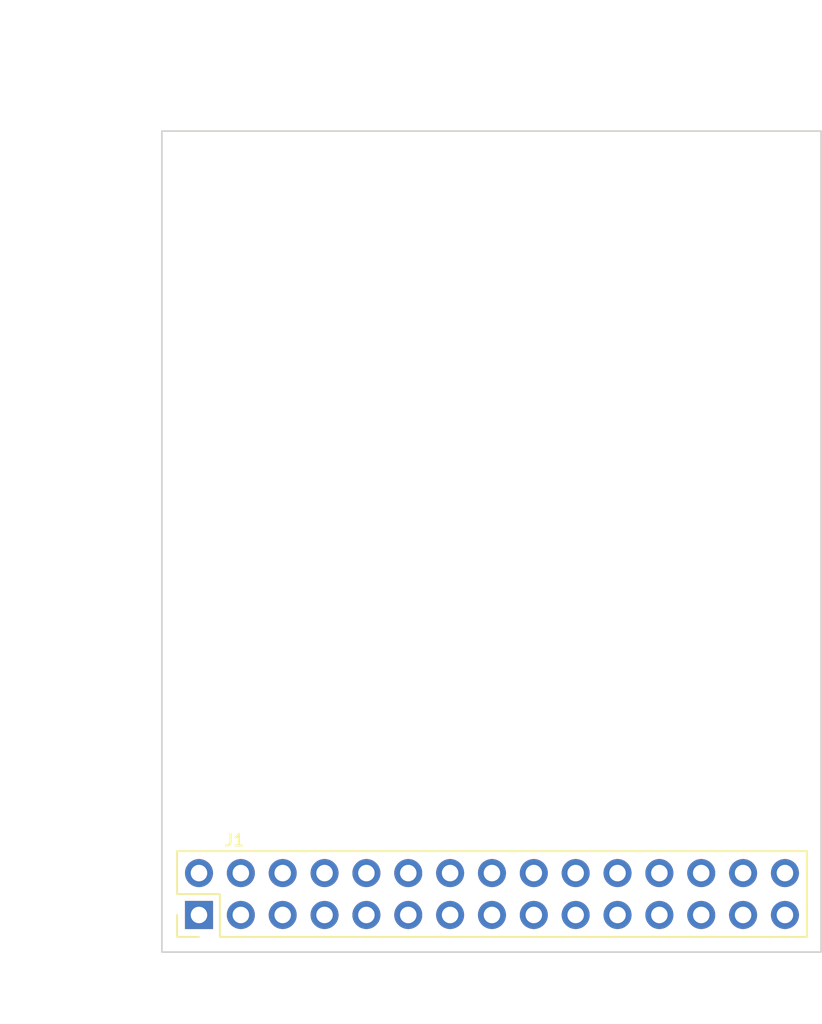
<source format=kicad_pcb>
(kicad_pcb (version 20240108) (generator "pcbnew") (generator_version "8.0")
  (layers (0 "F.Cu" signal) (31 "B.Cu" signal) (34 "B.Paste" user) (35 "F.Paste" user) (36 "B.SilkS" user "B.Silkscreen") (37 "F.SilkS" user "F.Silkscreen") (38 "B.Mask" user) (39 "F.Mask" user) (44 "Edge.Cuts" user))
  (net 0 "")
  (footprint "Connector_PinHeader_2.54mm:PinHeader_2x15_P2.54mm_Vertical" (layer "F.Cu") (at 122.25 112.53 90)
    (property "Reference" "J1" (at 4.53 2.15 0) (layer "F.SilkS") (effects (font (size 0.7 0.7) (thickness 0.125))))
    (property "Value" "Conn_02x15_Odd_Even")
    (fp_line (start 3.87 -1.33) (end 3.87 36.89) (stroke (width 0.12)) (layer "F.SilkS"))
    (fp_line (start 1.27 -1.33) (end 3.87 -1.33) (stroke (width 0.12)) (layer "F.SilkS"))
    (fp_line (start -1.33 -1.33) (end 0 -1.33) (stroke (width 0.12)) (layer "F.SilkS"))
    (fp_line (start -1.33 0) (end -1.33 -1.33) (stroke (width 0.12)) (layer "F.SilkS"))
    (fp_line (start 1.27 1.27) (end 1.27 -1.33) (stroke (width 0.12)) (layer "F.SilkS"))
    (fp_line (start -1.33 1.27) (end 1.27 1.27) (stroke (width 0.12)) (layer "F.SilkS"))
    (fp_line (start -1.33 1.27) (end -1.33 36.89) (stroke (width 0.12)) (layer "F.SilkS"))
    (fp_line (start -1.33 36.89) (end 3.87 36.89) (stroke (width 0.12)) (layer "F.SilkS"))
    (pad "1" thru_hole rect (at 0 0 90) (size 1.7 1.7) (drill 1) (layers "*.Cu" "*.Mask"))
    (pad "2" thru_hole oval (at 2.54 0 90) (size 1.7 1.7) (drill 1) (layers "*.Cu" "*.Mask"))
    (pad "3" thru_hole oval (at 0 2.54 90) (size 1.7 1.7) (drill 1) (layers "*.Cu" "*.Mask"))
    (pad "4" thru_hole oval (at 2.54 2.54 90) (size 1.7 1.7) (drill 1) (layers "*.Cu" "*.Mask"))
    (pad "5" thru_hole oval (at 0 5.08 90) (size 1.7 1.7) (drill 1) (layers "*.Cu" "*.Mask"))
    (pad "6" thru_hole oval (at 2.54 5.08 90) (size 1.7 1.7) (drill 1) (layers "*.Cu" "*.Mask"))
    (pad "7" thru_hole oval (at 0 7.62 90) (size 1.7 1.7) (drill 1) (layers "*.Cu" "*.Mask"))
    (pad "8" thru_hole oval (at 2.54 7.62 90) (size 1.7 1.7) (drill 1) (layers "*.Cu" "*.Mask"))
    (pad "9" thru_hole oval (at 0 10.16 90) (size 1.7 1.7) (drill 1) (layers "*.Cu" "*.Mask"))
    (pad "10" thru_hole oval (at 2.54 10.16 90) (size 1.7 1.7) (drill 1) (layers "*.Cu" "*.Mask"))
    (pad "11" thru_hole oval (at 0 12.7 90) (size 1.7 1.7) (drill 1) (layers "*.Cu" "*.Mask"))
    (pad "12" thru_hole oval (at 2.54 12.7 90) (size 1.7 1.7) (drill 1) (layers "*.Cu" "*.Mask"))
    (pad "13" thru_hole oval (at 0 15.24 90) (size 1.7 1.7) (drill 1) (layers "*.Cu" "*.Mask"))
    (pad "14" thru_hole oval (at 2.54 15.24 90) (size 1.7 1.7) (drill 1) (layers "*.Cu" "*.Mask"))
    (pad "15" thru_hole oval (at 0 17.78 90) (size 1.7 1.7) (drill 1) (layers "*.Cu" "*.Mask"))
    (pad "16" thru_hole oval (at 2.54 17.78 90) (size 1.7 1.7) (drill 1) (layers "*.Cu" "*.Mask"))
    (pad "17" thru_hole oval (at 0 20.32 90) (size 1.7 1.7) (drill 1) (layers "*.Cu" "*.Mask"))
    (pad "18" thru_hole oval (at 2.54 20.32 90) (size 1.7 1.7) (drill 1) (layers "*.Cu" "*.Mask"))
    (pad "19" thru_hole oval (at 0 22.86 90) (size 1.7 1.7) (drill 1) (layers "*.Cu" "*.Mask"))
    (pad "20" thru_hole oval (at 2.54 22.86 90) (size 1.7 1.7) (drill 1) (layers "*.Cu" "*.Mask"))
    (pad "21" thru_hole oval (at 0 25.4 90) (size 1.7 1.7) (drill 1) (layers "*.Cu" "*.Mask"))
    (pad "22" thru_hole oval (at 2.54 25.4 90) (size 1.7 1.7) (drill 1) (layers "*.Cu" "*.Mask"))
    (pad "23" thru_hole oval (at 0 27.94 90) (size 1.7 1.7) (drill 1) (layers "*.Cu" "*.Mask"))
    (pad "24" thru_hole oval (at 2.54 27.94 90) (size 1.7 1.7) (drill 1) (layers "*.Cu" "*.Mask"))
    (pad "25" thru_hole oval (at 0 30.48 90) (size 1.7 1.7) (drill 1) (layers "*.Cu" "*.Mask"))
    (pad "26" thru_hole oval (at 2.54 30.48 90) (size 1.7 1.7) (drill 1) (layers "*.Cu" "*.Mask"))
    (pad "27" thru_hole oval (at 0 33.02 90) (size 1.7 1.7) (drill 1) (layers "*.Cu" "*.Mask"))
    (pad "28" thru_hole oval (at 2.54 33.02 90) (size 1.7 1.7) (drill 1) (layers "*.Cu" "*.Mask"))
    (pad "29" thru_hole oval (at 0 35.56 90) (size 1.7 1.7) (drill 1) (layers "*.Cu" "*.Mask"))
    (pad "30" thru_hole oval (at 2.54 35.56 90) (size 1.7 1.7) (drill 1) (layers "*.Cu" "*.Mask"))
  )
  (gr_line (start 160 65) (end 160 114.78) (stroke (width 0.1)) (layer "Edge.Cuts"))
  (gr_line (start 160 114.78) (end 120 114.78) (stroke (width 0.1)) (layer "Edge.Cuts"))
  (gr_line (start 120 65) (end 160 65) (stroke (width 0.1)) (layer "Edge.Cuts"))
  (gr_line (start 120 114.78) (end 120 65) (stroke (width 0.1)) (layer "Edge.Cuts"))
)
</source>
